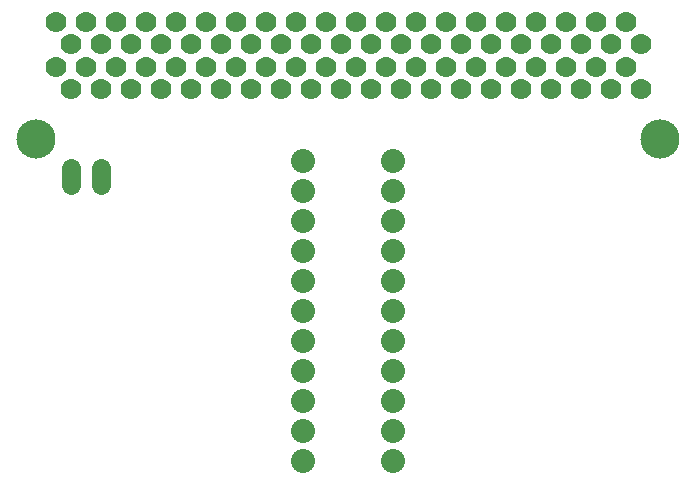
<source format=gbr>
G04 EAGLE Gerber RS-274X export*
G75*
%MOMM*%
%FSLAX34Y34*%
%LPD*%
%INSoldermask Bottom*%
%IPPOS*%
%AMOC8*
5,1,8,0,0,1.08239X$1,22.5*%
G01*
%ADD10C,1.778000*%
%ADD11C,2.032000*%
%ADD12C,1.609600*%
%ADD13C,3.317600*%


D10*
X-247650Y-46800D03*
X-234950Y-65900D03*
X-222250Y-46800D03*
X-209550Y-65900D03*
X-196850Y-46800D03*
X-184150Y-65900D03*
X-171450Y-46800D03*
X-158750Y-65900D03*
X-146050Y-46800D03*
X-133350Y-65900D03*
X-120650Y-46800D03*
X-107950Y-65900D03*
X-95250Y-46800D03*
X-82550Y-65900D03*
X-69850Y-46800D03*
X-57150Y-65900D03*
X-44450Y-46800D03*
X-31750Y-65900D03*
X-19050Y-46800D03*
X-6350Y-65900D03*
X6350Y-46800D03*
X19050Y-65900D03*
X31750Y-46800D03*
X44450Y-65900D03*
X57150Y-46800D03*
X69850Y-65900D03*
X82550Y-46800D03*
X95250Y-65900D03*
X107950Y-46800D03*
X120650Y-65900D03*
X133350Y-46800D03*
X146050Y-65900D03*
X158750Y-46800D03*
X171450Y-65900D03*
X184150Y-46800D03*
X196850Y-65900D03*
X209550Y-46800D03*
X222250Y-65900D03*
X234950Y-46800D03*
X247650Y-65900D03*
X247650Y-27800D03*
X234950Y-8700D03*
X222250Y-27800D03*
X209550Y-8700D03*
X196850Y-27800D03*
X184150Y-8700D03*
X171450Y-27800D03*
X158750Y-8700D03*
X146050Y-27800D03*
X133350Y-8700D03*
X120650Y-27800D03*
X107950Y-8700D03*
X95250Y-27800D03*
X82550Y-8700D03*
X69850Y-27800D03*
X57150Y-8700D03*
X44450Y-27800D03*
X31750Y-8700D03*
X19050Y-27800D03*
X6350Y-8700D03*
X-6350Y-27800D03*
X-19050Y-8700D03*
X-31750Y-27800D03*
X-44450Y-8700D03*
X-57150Y-27800D03*
X-69850Y-8700D03*
X-82550Y-27800D03*
X-95250Y-8700D03*
X-107950Y-27800D03*
X-120650Y-8700D03*
X-133350Y-27800D03*
X-146050Y-8700D03*
X-158750Y-27800D03*
X-171450Y-8700D03*
X-184150Y-27800D03*
X-196850Y-8700D03*
X-209550Y-27800D03*
X-222250Y-8700D03*
X-234950Y-27800D03*
X-247650Y-8700D03*
D11*
X-38100Y-127000D03*
X-38100Y-152400D03*
X-38100Y-177800D03*
X-38100Y-203200D03*
X-38100Y-228600D03*
X-38100Y-254000D03*
X-38100Y-279400D03*
X-38100Y-304800D03*
X-38100Y-330200D03*
X-38100Y-355600D03*
X-38100Y-381000D03*
X38100Y-127000D03*
X38100Y-152400D03*
X38100Y-177800D03*
X38100Y-203200D03*
X38100Y-228600D03*
X38100Y-254000D03*
X38100Y-279400D03*
X38100Y-304800D03*
X38100Y-330200D03*
X38100Y-355600D03*
X38100Y-381000D03*
D12*
X-234950Y-147240D02*
X-234950Y-132160D01*
X-209550Y-132160D02*
X-209550Y-147240D01*
D13*
X264160Y-107950D03*
X-264160Y-107950D03*
M02*

</source>
